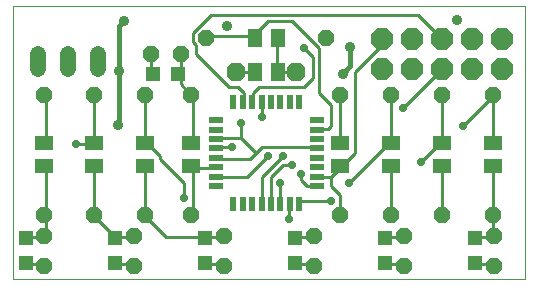
<source format=gtl>
G75*
%MOIN*%
%OFA0B0*%
%FSLAX25Y25*%
%IPPOS*%
%LPD*%
%AMOC8*
5,1,8,0,0,1.08239X$1,22.5*
%
%ADD10C,0.00000*%
%ADD11OC8,0.06300*%
%ADD12R,0.05000X0.02200*%
%ADD13R,0.02200X0.05000*%
%ADD14OC8,0.05200*%
%ADD15OC8,0.07400*%
%ADD16C,0.05200*%
%ADD17R,0.05118X0.06299*%
%ADD18R,0.06299X0.05118*%
%ADD19R,0.05118X0.05906*%
%ADD20R,0.04724X0.04724*%
%ADD21C,0.01000*%
%ADD22C,0.02800*%
%ADD23C,0.03569*%
%ADD24C,0.01600*%
D10*
X0014830Y0003582D02*
X0014830Y0094543D01*
X0185530Y0094543D01*
X0185530Y0003582D01*
X0014830Y0003582D01*
D11*
X0089330Y0072582D03*
X0109330Y0072582D03*
D12*
X0116230Y0056606D03*
X0116230Y0053456D03*
X0116230Y0050307D03*
X0116230Y0047157D03*
X0116230Y0044008D03*
X0116230Y0040858D03*
X0116230Y0037708D03*
X0116230Y0034559D03*
X0082430Y0034559D03*
X0082430Y0037708D03*
X0082430Y0040858D03*
X0082430Y0044008D03*
X0082430Y0047157D03*
X0082430Y0050307D03*
X0082430Y0053456D03*
X0082430Y0056606D03*
D13*
X0088306Y0062482D03*
X0091456Y0062482D03*
X0094605Y0062482D03*
X0097755Y0062482D03*
X0100904Y0062482D03*
X0104054Y0062482D03*
X0107204Y0062482D03*
X0110353Y0062482D03*
X0110353Y0028682D03*
X0107204Y0028682D03*
X0104054Y0028682D03*
X0100904Y0028682D03*
X0097755Y0028682D03*
X0094605Y0028682D03*
X0091456Y0028682D03*
X0088306Y0028682D03*
D14*
X0074330Y0025082D03*
X0085330Y0018082D03*
X0085330Y0008082D03*
X0115330Y0008082D03*
X0115330Y0018082D03*
X0123830Y0025082D03*
X0140830Y0025082D03*
X0145330Y0018082D03*
X0157830Y0025082D03*
X0174830Y0025082D03*
X0175330Y0018082D03*
X0175330Y0008082D03*
X0145330Y0008082D03*
X0058830Y0025082D03*
X0055330Y0018082D03*
X0041830Y0025082D03*
X0025330Y0025082D03*
X0025330Y0018082D03*
X0025330Y0008082D03*
X0055330Y0008082D03*
X0058830Y0065082D03*
X0074330Y0065082D03*
X0070830Y0078582D03*
X0060830Y0078582D03*
X0079330Y0084082D03*
X0041830Y0065082D03*
X0025330Y0065082D03*
X0119330Y0084082D03*
X0123830Y0065082D03*
X0140830Y0065082D03*
X0157830Y0065082D03*
X0174830Y0065082D03*
D15*
X0177830Y0073582D03*
X0167830Y0073582D03*
X0157830Y0073582D03*
X0147830Y0073582D03*
X0137830Y0073582D03*
X0137830Y0083582D03*
X0147830Y0083582D03*
X0157830Y0083582D03*
X0167830Y0083582D03*
X0177830Y0083582D03*
D16*
X0043330Y0078682D02*
X0043330Y0073482D01*
X0033330Y0073482D02*
X0033330Y0078682D01*
X0023330Y0078682D02*
X0023330Y0073482D01*
D17*
X0095589Y0084082D03*
X0103070Y0084082D03*
D18*
X0123830Y0048823D03*
X0123830Y0041342D03*
X0140830Y0041342D03*
X0140830Y0048823D03*
X0157830Y0048823D03*
X0157830Y0041342D03*
X0174830Y0041342D03*
X0174830Y0048823D03*
X0074330Y0048823D03*
X0074330Y0041342D03*
X0058830Y0041342D03*
X0058830Y0048823D03*
X0041830Y0048823D03*
X0041830Y0041342D03*
X0025330Y0041342D03*
X0025330Y0048823D03*
D19*
X0095589Y0072582D03*
X0103070Y0072582D03*
D20*
X0069963Y0072082D03*
X0061696Y0072082D03*
X0048830Y0017216D03*
X0048830Y0008949D03*
X0019330Y0008949D03*
X0019330Y0017216D03*
X0078830Y0017216D03*
X0078830Y0008949D03*
X0108830Y0008949D03*
X0108830Y0017216D03*
X0138830Y0017216D03*
X0138830Y0008949D03*
X0168830Y0008949D03*
X0168830Y0017216D03*
D21*
X0168830Y0017582D01*
X0174830Y0017582D01*
X0175330Y0018082D01*
X0174830Y0018582D01*
X0174830Y0025082D01*
X0174830Y0041342D01*
X0174830Y0048823D02*
X0174830Y0064582D01*
X0174830Y0065082D01*
X0174830Y0064582D02*
X0164830Y0054582D01*
X0157830Y0049582D02*
X0157830Y0048823D01*
X0157830Y0049582D02*
X0157830Y0065082D01*
X0157830Y0073582D02*
X0144830Y0060582D01*
X0140830Y0065082D02*
X0140830Y0049582D01*
X0140830Y0048823D01*
X0140830Y0049582D02*
X0126830Y0035582D01*
X0123830Y0031582D02*
X0120830Y0034582D01*
X0120830Y0037582D01*
X0123830Y0040582D01*
X0123830Y0041342D01*
X0123830Y0040582D02*
X0128830Y0045582D01*
X0128830Y0072582D01*
X0137830Y0081582D01*
X0137830Y0083582D01*
X0149830Y0091582D02*
X0157830Y0083582D01*
X0149830Y0091582D02*
X0080830Y0091582D01*
X0074830Y0085582D01*
X0074830Y0082582D01*
X0075830Y0081582D01*
X0075830Y0078582D01*
X0086830Y0067582D01*
X0089830Y0067582D01*
X0091830Y0065582D01*
X0091830Y0062582D01*
X0091456Y0062482D01*
X0094605Y0062482D02*
X0094830Y0062582D01*
X0094830Y0065582D01*
X0096830Y0067582D01*
X0111830Y0067582D01*
X0114830Y0070582D01*
X0114830Y0077582D01*
X0111830Y0080582D01*
X0116830Y0080582D02*
X0107830Y0089582D01*
X0099830Y0089582D01*
X0094830Y0084582D01*
X0095589Y0084082D01*
X0094830Y0084582D02*
X0079830Y0084582D01*
X0079330Y0084082D01*
X0070830Y0078582D02*
X0070830Y0072582D01*
X0069963Y0072082D01*
X0070830Y0071582D01*
X0070830Y0068582D01*
X0074330Y0065082D01*
X0074830Y0064582D01*
X0074830Y0049582D01*
X0074330Y0048823D01*
X0082430Y0050307D02*
X0082830Y0050582D01*
X0090830Y0050582D01*
X0090830Y0055582D01*
X0097830Y0057582D02*
X0097830Y0061582D01*
X0097755Y0062482D01*
X0116230Y0053456D02*
X0116830Y0053582D01*
X0119830Y0053582D01*
X0120830Y0054582D01*
X0120830Y0061582D01*
X0116830Y0065582D01*
X0116830Y0080582D01*
X0109330Y0072582D02*
X0103070Y0072582D01*
X0102830Y0072582D01*
X0102830Y0083582D01*
X0103070Y0084082D01*
X0095589Y0072582D02*
X0089330Y0072582D01*
X0061696Y0072082D02*
X0060830Y0072582D01*
X0060830Y0078582D01*
X0058830Y0065082D02*
X0058830Y0049582D01*
X0058830Y0048823D01*
X0058830Y0049582D02*
X0063830Y0044582D01*
X0063830Y0043582D01*
X0071830Y0035582D01*
X0071830Y0030582D01*
X0074830Y0025582D02*
X0074330Y0025082D01*
X0074830Y0025582D02*
X0074830Y0040582D01*
X0074330Y0041342D01*
X0074830Y0040582D02*
X0081830Y0040582D01*
X0082430Y0040858D01*
X0082830Y0043582D02*
X0082430Y0044008D01*
X0082830Y0043582D02*
X0093830Y0043582D01*
X0095830Y0045582D01*
X0090830Y0050582D01*
X0087830Y0047582D02*
X0082830Y0047582D01*
X0082430Y0047157D01*
X0095830Y0045582D02*
X0097830Y0047582D01*
X0115830Y0047582D01*
X0116230Y0047157D01*
X0123830Y0048823D02*
X0123830Y0065082D01*
X0150830Y0042582D02*
X0157830Y0049582D01*
X0157830Y0041342D02*
X0157830Y0025082D01*
X0145330Y0018082D02*
X0144830Y0017582D01*
X0138830Y0017582D01*
X0138830Y0017216D01*
X0138830Y0008949D02*
X0138830Y0008582D01*
X0144830Y0008582D01*
X0145330Y0008082D01*
X0168830Y0008582D02*
X0168830Y0008949D01*
X0168830Y0008582D02*
X0174830Y0008582D01*
X0175330Y0008082D01*
X0140830Y0025082D02*
X0140830Y0041342D01*
X0123830Y0031582D02*
X0123830Y0025082D01*
X0120830Y0029582D02*
X0110830Y0029582D01*
X0110353Y0028682D01*
X0107204Y0028682D02*
X0106830Y0028582D01*
X0106830Y0023582D01*
X0104054Y0028682D02*
X0103830Y0029582D01*
X0103830Y0035582D01*
X0100830Y0037582D02*
X0104830Y0041582D01*
X0107830Y0041582D01*
X0110830Y0038582D02*
X0110830Y0036582D01*
X0112830Y0034582D01*
X0115830Y0034582D01*
X0116230Y0034559D01*
X0116830Y0037582D02*
X0116230Y0037708D01*
X0116830Y0037582D02*
X0120830Y0037582D01*
X0104830Y0044582D02*
X0097830Y0037582D01*
X0097830Y0029582D01*
X0097755Y0028682D01*
X0100904Y0028682D02*
X0100830Y0029582D01*
X0100830Y0037582D01*
X0099830Y0044582D02*
X0092830Y0037582D01*
X0082830Y0037582D01*
X0082430Y0037708D01*
X0058830Y0041342D02*
X0058830Y0025082D01*
X0058830Y0024582D01*
X0065830Y0017582D01*
X0078830Y0017582D01*
X0078830Y0017216D01*
X0078830Y0017582D02*
X0084830Y0017582D01*
X0085330Y0018082D01*
X0078830Y0008949D02*
X0078830Y0008582D01*
X0084830Y0008582D01*
X0085330Y0008082D01*
X0108830Y0008582D02*
X0108830Y0008949D01*
X0108830Y0008582D02*
X0114830Y0008582D01*
X0115330Y0008082D01*
X0108830Y0017216D02*
X0108830Y0017582D01*
X0114830Y0017582D01*
X0115330Y0018082D01*
X0055330Y0018082D02*
X0054830Y0017582D01*
X0048830Y0017582D01*
X0048830Y0017216D01*
X0048830Y0017582D02*
X0041830Y0024582D01*
X0041830Y0025082D01*
X0041830Y0041342D01*
X0041830Y0048582D02*
X0035830Y0048582D01*
X0041830Y0048582D02*
X0041830Y0048823D01*
X0041830Y0065082D01*
X0025830Y0064582D02*
X0025330Y0065082D01*
X0025830Y0064582D02*
X0025830Y0049582D01*
X0025330Y0048823D01*
X0025330Y0041342D02*
X0025830Y0040582D01*
X0025830Y0025582D01*
X0025330Y0025082D01*
X0025830Y0024582D01*
X0025830Y0018582D01*
X0025330Y0018082D01*
X0024830Y0017582D01*
X0019830Y0017582D01*
X0019330Y0017216D01*
X0019330Y0008949D02*
X0019830Y0008582D01*
X0024830Y0008582D01*
X0025330Y0008082D01*
X0048830Y0008582D02*
X0048830Y0008949D01*
X0048830Y0008582D02*
X0054830Y0008582D01*
X0055330Y0008082D01*
D22*
X0071830Y0030582D03*
X0099830Y0044582D03*
X0104830Y0044582D03*
X0107830Y0041582D03*
X0110830Y0038582D03*
X0103830Y0035582D03*
X0120830Y0029582D03*
X0126830Y0035582D03*
X0106830Y0023582D03*
X0150830Y0042582D03*
X0164830Y0054582D03*
X0144830Y0060582D03*
X0111830Y0080582D03*
X0097830Y0057582D03*
X0090830Y0055582D03*
X0087830Y0047582D03*
X0035830Y0048582D03*
D23*
X0049830Y0055082D03*
X0050330Y0073082D03*
X0051830Y0089582D03*
X0086330Y0088082D03*
X0124830Y0072082D03*
X0127330Y0081082D03*
X0162830Y0090082D03*
D24*
X0127330Y0081082D02*
X0127330Y0074582D01*
X0124830Y0072082D01*
X0051830Y0089582D02*
X0050330Y0088082D01*
X0050330Y0073082D01*
X0050330Y0055082D01*
X0049830Y0055082D01*
M02*

</source>
